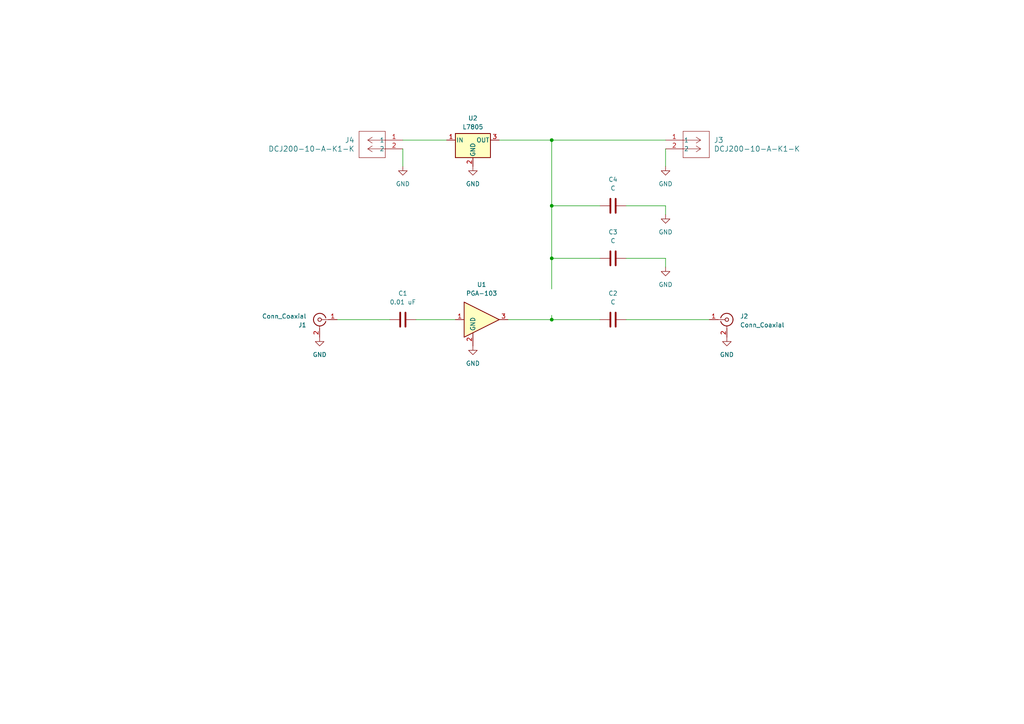
<source format=kicad_sch>
(kicad_sch (version 20230121) (generator eeschema)

  (uuid 8faac7e2-9958-46b6-bcdd-a37c731d2f70)

  (paper "A4")

  (lib_symbols
    (symbol "Connector:Conn_Coaxial" (pin_names (offset 1.016) hide) (in_bom yes) (on_board yes)
      (property "Reference" "J" (at 0.254 3.048 0)
        (effects (font (size 1.27 1.27)))
      )
      (property "Value" "Conn_Coaxial" (at 2.921 0 90)
        (effects (font (size 1.27 1.27)))
      )
      (property "Footprint" "" (at 0 0 0)
        (effects (font (size 1.27 1.27)) hide)
      )
      (property "Datasheet" " ~" (at 0 0 0)
        (effects (font (size 1.27 1.27)) hide)
      )
      (property "ki_keywords" "BNC SMA SMB SMC LEMO coaxial connector CINCH RCA" (at 0 0 0)
        (effects (font (size 1.27 1.27)) hide)
      )
      (property "ki_description" "coaxial connector (BNC, SMA, SMB, SMC, Cinch/RCA, LEMO, ...)" (at 0 0 0)
        (effects (font (size 1.27 1.27)) hide)
      )
      (property "ki_fp_filters" "*BNC* *SMA* *SMB* *SMC* *Cinch* *LEMO*" (at 0 0 0)
        (effects (font (size 1.27 1.27)) hide)
      )
      (symbol "Conn_Coaxial_0_1"
        (arc (start -1.778 -0.508) (mid 0.2311 -1.8066) (end 1.778 0)
          (stroke (width 0.254) (type default))
          (fill (type none))
        )
        (polyline
          (pts
            (xy -2.54 0)
            (xy -0.508 0)
          )
          (stroke (width 0) (type default))
          (fill (type none))
        )
        (polyline
          (pts
            (xy 0 -2.54)
            (xy 0 -1.778)
          )
          (stroke (width 0) (type default))
          (fill (type none))
        )
        (circle (center 0 0) (radius 0.508)
          (stroke (width 0.2032) (type default))
          (fill (type none))
        )
        (arc (start 1.778 0) (mid 0.2099 1.8101) (end -1.778 0.508)
          (stroke (width 0.254) (type default))
          (fill (type none))
        )
      )
      (symbol "Conn_Coaxial_1_1"
        (pin passive line (at -5.08 0 0) (length 2.54)
          (name "In" (effects (font (size 1.27 1.27))))
          (number "1" (effects (font (size 1.27 1.27))))
        )
        (pin passive line (at 0 -5.08 90) (length 2.54)
          (name "Ext" (effects (font (size 1.27 1.27))))
          (number "2" (effects (font (size 1.27 1.27))))
        )
      )
    )
    (symbol "Device:C" (pin_numbers hide) (pin_names (offset 0.254)) (in_bom yes) (on_board yes)
      (property "Reference" "C" (at 0.635 2.54 0)
        (effects (font (size 1.27 1.27)) (justify left))
      )
      (property "Value" "C" (at 0.635 -2.54 0)
        (effects (font (size 1.27 1.27)) (justify left))
      )
      (property "Footprint" "" (at 0.9652 -3.81 0)
        (effects (font (size 1.27 1.27)) hide)
      )
      (property "Datasheet" "~" (at 0 0 0)
        (effects (font (size 1.27 1.27)) hide)
      )
      (property "ki_keywords" "cap capacitor" (at 0 0 0)
        (effects (font (size 1.27 1.27)) hide)
      )
      (property "ki_description" "Unpolarized capacitor" (at 0 0 0)
        (effects (font (size 1.27 1.27)) hide)
      )
      (property "ki_fp_filters" "C_*" (at 0 0 0)
        (effects (font (size 1.27 1.27)) hide)
      )
      (symbol "C_0_1"
        (polyline
          (pts
            (xy -2.032 -0.762)
            (xy 2.032 -0.762)
          )
          (stroke (width 0.508) (type default))
          (fill (type none))
        )
        (polyline
          (pts
            (xy -2.032 0.762)
            (xy 2.032 0.762)
          )
          (stroke (width 0.508) (type default))
          (fill (type none))
        )
      )
      (symbol "C_1_1"
        (pin passive line (at 0 3.81 270) (length 2.794)
          (name "~" (effects (font (size 1.27 1.27))))
          (number "1" (effects (font (size 1.27 1.27))))
        )
        (pin passive line (at 0 -3.81 90) (length 2.794)
          (name "~" (effects (font (size 1.27 1.27))))
          (number "2" (effects (font (size 1.27 1.27))))
        )
      )
    )
    (symbol "RF_Amplifier:PGA-103" (in_bom yes) (on_board yes)
      (property "Reference" "U" (at -1.27 7.62 0)
        (effects (font (size 1.27 1.27)))
      )
      (property "Value" "PGA-103" (at 2.54 5.08 0)
        (effects (font (size 1.27 1.27)))
      )
      (property "Footprint" "Package_TO_SOT_SMD:SOT-89-3" (at 1.27 10.16 0)
        (effects (font (size 1.27 1.27)) hide)
      )
      (property "Datasheet" "https://www.minicircuits.com/pdfs/PGA-103+.pdf" (at 0 0 0)
        (effects (font (size 1.27 1.27)) hide)
      )
      (property "ki_keywords" "RF amplifier" (at 0 0 0)
        (effects (font (size 1.27 1.27)) hide)
      )
      (property "ki_description" "50-4000MHz +11dB Low Noise Amplifier, SOT-89" (at 0 0 0)
        (effects (font (size 1.27 1.27)) hide)
      )
      (property "ki_fp_filters" "SOT?89*" (at 0 0 0)
        (effects (font (size 1.27 1.27)) hide)
      )
      (symbol "PGA-103_0_1"
        (polyline
          (pts
            (xy 5.08 0)
            (xy -5.08 5.08)
            (xy -5.08 -5.08)
            (xy 5.08 0)
          )
          (stroke (width 0.254) (type default))
          (fill (type background))
        )
      )
      (symbol "PGA-103_1_1"
        (pin input line (at -7.62 0 0) (length 2.54)
          (name "~" (effects (font (size 1.27 1.27))))
          (number "1" (effects (font (size 1.27 1.27))))
        )
        (pin power_in line (at -2.54 -7.62 90) (length 3.81)
          (name "GND" (effects (font (size 1.27 1.27))))
          (number "2" (effects (font (size 1.27 1.27))))
        )
        (pin output line (at 7.62 0 180) (length 2.54)
          (name "~" (effects (font (size 1.27 1.27))))
          (number "3" (effects (font (size 1.27 1.27))))
        )
      )
    )
    (symbol "Regulator_Linear:L7805" (pin_names (offset 0.254)) (in_bom yes) (on_board yes)
      (property "Reference" "U" (at -3.81 3.175 0)
        (effects (font (size 1.27 1.27)))
      )
      (property "Value" "L7805" (at 0 3.175 0)
        (effects (font (size 1.27 1.27)) (justify left))
      )
      (property "Footprint" "" (at 0.635 -3.81 0)
        (effects (font (size 1.27 1.27) italic) (justify left) hide)
      )
      (property "Datasheet" "http://www.st.com/content/ccc/resource/technical/document/datasheet/41/4f/b3/b0/12/d4/47/88/CD00000444.pdf/files/CD00000444.pdf/jcr:content/translations/en.CD00000444.pdf" (at 0 -1.27 0)
        (effects (font (size 1.27 1.27)) hide)
      )
      (property "ki_keywords" "Voltage Regulator 1.5A Positive" (at 0 0 0)
        (effects (font (size 1.27 1.27)) hide)
      )
      (property "ki_description" "Positive 1.5A 35V Linear Regulator, Fixed Output 5V, TO-220/TO-263/TO-252" (at 0 0 0)
        (effects (font (size 1.27 1.27)) hide)
      )
      (property "ki_fp_filters" "TO?252* TO?263* TO?220*" (at 0 0 0)
        (effects (font (size 1.27 1.27)) hide)
      )
      (symbol "L7805_0_1"
        (rectangle (start -5.08 1.905) (end 5.08 -5.08)
          (stroke (width 0.254) (type default))
          (fill (type background))
        )
      )
      (symbol "L7805_1_1"
        (pin power_in line (at -7.62 0 0) (length 2.54)
          (name "IN" (effects (font (size 1.27 1.27))))
          (number "1" (effects (font (size 1.27 1.27))))
        )
        (pin power_in line (at 0 -7.62 90) (length 2.54)
          (name "GND" (effects (font (size 1.27 1.27))))
          (number "2" (effects (font (size 1.27 1.27))))
        )
        (pin power_out line (at 7.62 0 180) (length 2.54)
          (name "OUT" (effects (font (size 1.27 1.27))))
          (number "3" (effects (font (size 1.27 1.27))))
        )
      )
    )
    (symbol "power:GND" (power) (pin_names (offset 0)) (in_bom yes) (on_board yes)
      (property "Reference" "#PWR" (at 0 -6.35 0)
        (effects (font (size 1.27 1.27)) hide)
      )
      (property "Value" "GND" (at 0 -3.81 0)
        (effects (font (size 1.27 1.27)))
      )
      (property "Footprint" "" (at 0 0 0)
        (effects (font (size 1.27 1.27)) hide)
      )
      (property "Datasheet" "" (at 0 0 0)
        (effects (font (size 1.27 1.27)) hide)
      )
      (property "ki_keywords" "global power" (at 0 0 0)
        (effects (font (size 1.27 1.27)) hide)
      )
      (property "ki_description" "Power symbol creates a global label with name \"GND\" , ground" (at 0 0 0)
        (effects (font (size 1.27 1.27)) hide)
      )
      (symbol "GND_0_1"
        (polyline
          (pts
            (xy 0 0)
            (xy 0 -1.27)
            (xy 1.27 -1.27)
            (xy 0 -2.54)
            (xy -1.27 -1.27)
            (xy 0 -1.27)
          )
          (stroke (width 0) (type default))
          (fill (type none))
        )
      )
      (symbol "GND_1_1"
        (pin power_in line (at 0 0 270) (length 0) hide
          (name "GND" (effects (font (size 1.27 1.27))))
          (number "1" (effects (font (size 1.27 1.27))))
        )
      )
    )
    (symbol "ul_DCJ200-10-A-K1-K:DCJ200-10-A-K1-K" (pin_names (offset 0.254)) (in_bom yes) (on_board yes)
      (property "Reference" "J" (at 8.89 6.35 0)
        (effects (font (size 1.524 1.524)))
      )
      (property "Value" "DCJ200-10-A-K1-K" (at 0 0 0)
        (effects (font (size 1.524 1.524)))
      )
      (property "Footprint" "CONN3_DCJ200-10-A-K1-K_GCT" (at 0 0 0)
        (effects (font (size 1.27 1.27) italic) hide)
      )
      (property "Datasheet" "DCJ200-10-A-K1-K" (at 0 0 0)
        (effects (font (size 1.27 1.27) italic) hide)
      )
      (property "ki_locked" "" (at 0 0 0)
        (effects (font (size 1.27 1.27)))
      )
      (property "ki_keywords" "DCJ200-10-A-K1-K" (at 0 0 0)
        (effects (font (size 1.27 1.27)) hide)
      )
      (property "ki_fp_filters" "CONN3_DCJ200-10-A-K1-K_GCT" (at 0 0 0)
        (effects (font (size 1.27 1.27)) hide)
      )
      (symbol "DCJ200-10-A-K1-K_1_1"
        (polyline
          (pts
            (xy 5.08 -5.08)
            (xy 12.7 -5.08)
          )
          (stroke (width 0.127) (type default))
          (fill (type none))
        )
        (polyline
          (pts
            (xy 5.08 2.54)
            (xy 5.08 -5.08)
          )
          (stroke (width 0.127) (type default))
          (fill (type none))
        )
        (polyline
          (pts
            (xy 10.16 -2.54)
            (xy 5.08 -2.54)
          )
          (stroke (width 0.127) (type default))
          (fill (type none))
        )
        (polyline
          (pts
            (xy 10.16 -2.54)
            (xy 8.89 -3.3867)
          )
          (stroke (width 0.127) (type default))
          (fill (type none))
        )
        (polyline
          (pts
            (xy 10.16 -2.54)
            (xy 8.89 -1.6933)
          )
          (stroke (width 0.127) (type default))
          (fill (type none))
        )
        (polyline
          (pts
            (xy 10.16 0)
            (xy 5.08 0)
          )
          (stroke (width 0.127) (type default))
          (fill (type none))
        )
        (polyline
          (pts
            (xy 10.16 0)
            (xy 8.89 -0.8467)
          )
          (stroke (width 0.127) (type default))
          (fill (type none))
        )
        (polyline
          (pts
            (xy 10.16 0)
            (xy 8.89 0.8467)
          )
          (stroke (width 0.127) (type default))
          (fill (type none))
        )
        (polyline
          (pts
            (xy 12.7 -5.08)
            (xy 12.7 2.54)
          )
          (stroke (width 0.127) (type default))
          (fill (type none))
        )
        (polyline
          (pts
            (xy 12.7 2.54)
            (xy 5.08 2.54)
          )
          (stroke (width 0.127) (type default))
          (fill (type none))
        )
        (pin unspecified line (at 0 0 0) (length 5.08)
          (name "1" (effects (font (size 1.27 1.27))))
          (number "1" (effects (font (size 1.27 1.27))))
        )
        (pin unspecified line (at 0 -2.54 0) (length 5.08)
          (name "2" (effects (font (size 1.27 1.27))))
          (number "2" (effects (font (size 1.27 1.27))))
        )
      )
      (symbol "DCJ200-10-A-K1-K_1_2"
        (polyline
          (pts
            (xy 5.08 -5.08)
            (xy 12.7 -5.08)
          )
          (stroke (width 0.127) (type default))
          (fill (type none))
        )
        (polyline
          (pts
            (xy 5.08 2.54)
            (xy 5.08 -5.08)
          )
          (stroke (width 0.127) (type default))
          (fill (type none))
        )
        (polyline
          (pts
            (xy 7.62 -2.54)
            (xy 5.08 -2.54)
          )
          (stroke (width 0.127) (type default))
          (fill (type none))
        )
        (polyline
          (pts
            (xy 7.62 -2.54)
            (xy 8.89 -3.3867)
          )
          (stroke (width 0.127) (type default))
          (fill (type none))
        )
        (polyline
          (pts
            (xy 7.62 -2.54)
            (xy 8.89 -1.6933)
          )
          (stroke (width 0.127) (type default))
          (fill (type none))
        )
        (polyline
          (pts
            (xy 7.62 0)
            (xy 5.08 0)
          )
          (stroke (width 0.127) (type default))
          (fill (type none))
        )
        (polyline
          (pts
            (xy 7.62 0)
            (xy 8.89 -0.8467)
          )
          (stroke (width 0.127) (type default))
          (fill (type none))
        )
        (polyline
          (pts
            (xy 7.62 0)
            (xy 8.89 0.8467)
          )
          (stroke (width 0.127) (type default))
          (fill (type none))
        )
        (polyline
          (pts
            (xy 12.7 -5.08)
            (xy 12.7 2.54)
          )
          (stroke (width 0.127) (type default))
          (fill (type none))
        )
        (polyline
          (pts
            (xy 12.7 2.54)
            (xy 5.08 2.54)
          )
          (stroke (width 0.127) (type default))
          (fill (type none))
        )
        (pin unspecified line (at 0 0 0) (length 5.08)
          (name "1" (effects (font (size 1.27 1.27))))
          (number "1" (effects (font (size 1.27 1.27))))
        )
        (pin unspecified line (at 0 -2.54 0) (length 5.08)
          (name "2" (effects (font (size 1.27 1.27))))
          (number "2" (effects (font (size 1.27 1.27))))
        )
      )
    )
  )

  (junction (at 160.02 59.69) (diameter 0) (color 0 0 0 0)
    (uuid 6a5df6f7-2aaa-4dea-80ba-c69ccae88de5)
  )
  (junction (at 160.02 74.93) (diameter 0) (color 0 0 0 0)
    (uuid 7b465e61-c1a2-4cb1-8f55-df8a2e483f09)
  )
  (junction (at 160.02 92.71) (diameter 0) (color 0 0 0 0)
    (uuid e7d9c610-2a97-4410-9f9f-4034dfabe616)
  )
  (junction (at 160.02 40.64) (diameter 0) (color 0 0 0 0)
    (uuid edd8d4b8-fed3-4ba9-98f4-6e639f30cd14)
  )

  (wire (pts (xy 144.78 40.64) (xy 160.02 40.64))
    (stroke (width 0) (type default))
    (uuid 01fa1714-a385-4b35-a681-817620892248)
  )
  (wire (pts (xy 160.02 83.82) (xy 160.02 74.93))
    (stroke (width 0) (type default))
    (uuid 10e4aeef-3708-4301-8dac-595b3eb8fa09)
  )
  (wire (pts (xy 160.02 40.64) (xy 160.02 59.69))
    (stroke (width 0) (type default))
    (uuid 2e0dfb31-051c-499e-bf80-09040956b643)
  )
  (wire (pts (xy 120.65 92.71) (xy 132.08 92.71))
    (stroke (width 0) (type default))
    (uuid 35c41f1c-c8fe-43da-bd30-875051228408)
  )
  (wire (pts (xy 116.84 43.18) (xy 116.84 48.26))
    (stroke (width 0) (type default))
    (uuid 47c76981-ebef-4efe-b3d6-6404c531f0a3)
  )
  (wire (pts (xy 181.61 74.93) (xy 193.04 74.93))
    (stroke (width 0) (type default))
    (uuid 5342b4fd-2cd5-4cba-ad84-462f1e1b2d27)
  )
  (wire (pts (xy 160.02 74.93) (xy 173.99 74.93))
    (stroke (width 0) (type default))
    (uuid 540878f3-28fc-4de4-aa46-b462fd43ac9a)
  )
  (wire (pts (xy 193.04 43.18) (xy 193.04 48.26))
    (stroke (width 0) (type default))
    (uuid 61f25b65-90ea-4f84-8199-366ff6f7d4dc)
  )
  (wire (pts (xy 160.02 59.69) (xy 160.02 74.93))
    (stroke (width 0) (type default))
    (uuid 68aee048-7cba-4516-83d1-805c54497090)
  )
  (wire (pts (xy 97.79 92.71) (xy 113.03 92.71))
    (stroke (width 0) (type default))
    (uuid 70d3ae5d-4c98-482a-ae8e-1a82690b96b7)
  )
  (wire (pts (xy 173.99 59.69) (xy 160.02 59.69))
    (stroke (width 0) (type default))
    (uuid 7a8fae0a-8293-4def-976e-6a19f85b0c58)
  )
  (wire (pts (xy 160.02 91.44) (xy 160.02 92.71))
    (stroke (width 0) (type default))
    (uuid 8f147bc3-8838-4bdd-b82f-0c9f44b66c85)
  )
  (wire (pts (xy 160.02 92.71) (xy 173.99 92.71))
    (stroke (width 0) (type default))
    (uuid 90236650-69c4-45e4-91bf-cf820e580e45)
  )
  (wire (pts (xy 193.04 40.64) (xy 160.02 40.64))
    (stroke (width 0) (type default))
    (uuid 94629b97-79b6-477e-86cf-6aa5c0b69ac7)
  )
  (wire (pts (xy 116.84 40.64) (xy 129.54 40.64))
    (stroke (width 0) (type default))
    (uuid 94cc2a3a-8bc2-42df-9e12-6dc392de8aee)
  )
  (wire (pts (xy 193.04 74.93) (xy 193.04 77.47))
    (stroke (width 0) (type default))
    (uuid 9d087e4c-63d6-46ae-bfb0-d81969f03177)
  )
  (wire (pts (xy 181.61 92.71) (xy 205.74 92.71))
    (stroke (width 0) (type default))
    (uuid a7a891c2-de48-4b15-88f7-244f1dfac6d2)
  )
  (wire (pts (xy 193.04 59.69) (xy 193.04 62.23))
    (stroke (width 0) (type default))
    (uuid ab7c5343-578c-424a-a83e-b979d926537c)
  )
  (wire (pts (xy 181.61 59.69) (xy 193.04 59.69))
    (stroke (width 0) (type default))
    (uuid afecf256-55f8-401d-b5ec-6203ffefcdb8)
  )
  (wire (pts (xy 147.32 92.71) (xy 160.02 92.71))
    (stroke (width 0) (type default))
    (uuid d178c363-6c1b-4e83-b807-0ae968f1e7b2)
  )

  (symbol (lib_id "power:GND") (at 92.71 97.79 0) (unit 1)
    (in_bom yes) (on_board yes) (dnp no) (fields_autoplaced)
    (uuid 0199c354-8602-4b49-9f9b-c418d0f786f3)
    (property "Reference" "#PWR02" (at 92.71 104.14 0)
      (effects (font (size 1.27 1.27)) hide)
    )
    (property "Value" "GND" (at 92.71 102.87 0)
      (effects (font (size 1.27 1.27)))
    )
    (property "Footprint" "" (at 92.71 97.79 0)
      (effects (font (size 1.27 1.27)) hide)
    )
    (property "Datasheet" "" (at 92.71 97.79 0)
      (effects (font (size 1.27 1.27)) hide)
    )
    (pin "1" (uuid 3f921343-4d25-4aa2-a3fc-cea8b8494be8))
    (instances
      (project "RFID-AT-LNA"
        (path "/8faac7e2-9958-46b6-bcdd-a37c731d2f70"
          (reference "#PWR02") (unit 1)
        )
      )
    )
  )

  (symbol (lib_id "Device:C") (at 177.8 59.69 90) (unit 1)
    (in_bom yes) (on_board yes) (dnp no) (fields_autoplaced)
    (uuid 01c6f4e3-8b9a-4d77-9725-a6efc9a4039b)
    (property "Reference" "C4" (at 177.8 52.07 90)
      (effects (font (size 1.27 1.27)))
    )
    (property "Value" "C" (at 177.8 54.61 90)
      (effects (font (size 1.27 1.27)))
    )
    (property "Footprint" "" (at 181.61 58.7248 0)
      (effects (font (size 1.27 1.27)) hide)
    )
    (property "Datasheet" "~" (at 177.8 59.69 0)
      (effects (font (size 1.27 1.27)) hide)
    )
    (pin "1" (uuid 5125e717-c218-4c1d-b111-cb5ff4f0de61))
    (pin "2" (uuid cd96282b-a142-4af3-befe-6c88401a2073))
    (instances
      (project "RFID-AT-LNA"
        (path "/8faac7e2-9958-46b6-bcdd-a37c731d2f70"
          (reference "C4") (unit 1)
        )
      )
    )
  )

  (symbol (lib_id "ul_DCJ200-10-A-K1-K:DCJ200-10-A-K1-K") (at 116.84 40.64 0) (mirror y) (unit 1)
    (in_bom yes) (on_board yes) (dnp no)
    (uuid 0a9eaed2-f9eb-4439-944e-26137b347ac6)
    (property "Reference" "J4" (at 102.87 40.64 0)
      (effects (font (size 1.524 1.524)) (justify left))
    )
    (property "Value" "DCJ200-10-A-K1-K" (at 102.87 43.18 0)
      (effects (font (size 1.524 1.524)) (justify left))
    )
    (property "Footprint" "RFID-AT Footprints:CONN3_DCJ200-10-A-K1-K_GCT" (at 116.84 40.64 0)
      (effects (font (size 1.27 1.27) italic) hide)
    )
    (property "Datasheet" "DCJ200-10-A-K1-K" (at 116.84 40.64 0)
      (effects (font (size 1.27 1.27) italic) hide)
    )
    (pin "1" (uuid 337e71cb-25f8-412a-ba81-3ffa8d64ecbb))
    (pin "2" (uuid f0fad209-7852-43c7-81e5-0dc6ab868834))
    (instances
      (project "RFID-AT-LNA"
        (path "/8faac7e2-9958-46b6-bcdd-a37c731d2f70"
          (reference "J4") (unit 1)
        )
      )
    )
  )

  (symbol (lib_id "power:GND") (at 210.82 97.79 0) (unit 1)
    (in_bom yes) (on_board yes) (dnp no) (fields_autoplaced)
    (uuid 2c08d6d0-4f98-40a4-bb51-148c8105b1b1)
    (property "Reference" "#PWR03" (at 210.82 104.14 0)
      (effects (font (size 1.27 1.27)) hide)
    )
    (property "Value" "GND" (at 210.82 102.87 0)
      (effects (font (size 1.27 1.27)))
    )
    (property "Footprint" "" (at 210.82 97.79 0)
      (effects (font (size 1.27 1.27)) hide)
    )
    (property "Datasheet" "" (at 210.82 97.79 0)
      (effects (font (size 1.27 1.27)) hide)
    )
    (pin "1" (uuid 49ee80c8-afe8-46ca-9323-d6f4c083b88a))
    (instances
      (project "RFID-AT-LNA"
        (path "/8faac7e2-9958-46b6-bcdd-a37c731d2f70"
          (reference "#PWR03") (unit 1)
        )
      )
    )
  )

  (symbol (lib_id "Device:C") (at 177.8 74.93 90) (unit 1)
    (in_bom yes) (on_board yes) (dnp no) (fields_autoplaced)
    (uuid 444d6711-ddb6-4a11-8b27-fafebc00ee43)
    (property "Reference" "C3" (at 177.8 67.31 90)
      (effects (font (size 1.27 1.27)))
    )
    (property "Value" "C" (at 177.8 69.85 90)
      (effects (font (size 1.27 1.27)))
    )
    (property "Footprint" "" (at 181.61 73.9648 0)
      (effects (font (size 1.27 1.27)) hide)
    )
    (property "Datasheet" "~" (at 177.8 74.93 0)
      (effects (font (size 1.27 1.27)) hide)
    )
    (pin "1" (uuid 241d50cf-1107-4045-9cf9-b5d675c961a5))
    (pin "2" (uuid 93b815c9-c196-4427-9689-eaf24f9e9121))
    (instances
      (project "RFID-AT-LNA"
        (path "/8faac7e2-9958-46b6-bcdd-a37c731d2f70"
          (reference "C3") (unit 1)
        )
      )
    )
  )

  (symbol (lib_id "power:GND") (at 193.04 62.23 0) (unit 1)
    (in_bom yes) (on_board yes) (dnp no) (fields_autoplaced)
    (uuid 524631ba-b939-4bef-9339-56a53ff509bd)
    (property "Reference" "#PWR05" (at 193.04 68.58 0)
      (effects (font (size 1.27 1.27)) hide)
    )
    (property "Value" "GND" (at 193.04 67.31 0)
      (effects (font (size 1.27 1.27)))
    )
    (property "Footprint" "" (at 193.04 62.23 0)
      (effects (font (size 1.27 1.27)) hide)
    )
    (property "Datasheet" "" (at 193.04 62.23 0)
      (effects (font (size 1.27 1.27)) hide)
    )
    (pin "1" (uuid b1f65076-3656-4586-85ca-c6be12f70c30))
    (instances
      (project "RFID-AT-LNA"
        (path "/8faac7e2-9958-46b6-bcdd-a37c731d2f70"
          (reference "#PWR05") (unit 1)
        )
      )
    )
  )

  (symbol (lib_id "Regulator_Linear:L7805") (at 137.16 40.64 0) (unit 1)
    (in_bom yes) (on_board yes) (dnp no) (fields_autoplaced)
    (uuid 699cdf71-52d3-434b-a80f-9cb496983e09)
    (property "Reference" "U2" (at 137.16 34.29 0)
      (effects (font (size 1.27 1.27)))
    )
    (property "Value" "L7805" (at 137.16 36.83 0)
      (effects (font (size 1.27 1.27)))
    )
    (property "Footprint" "" (at 137.795 44.45 0)
      (effects (font (size 1.27 1.27) italic) (justify left) hide)
    )
    (property "Datasheet" "http://www.st.com/content/ccc/resource/technical/document/datasheet/41/4f/b3/b0/12/d4/47/88/CD00000444.pdf/files/CD00000444.pdf/jcr:content/translations/en.CD00000444.pdf" (at 137.16 41.91 0)
      (effects (font (size 1.27 1.27)) hide)
    )
    (pin "1" (uuid 0f57f454-109c-4573-918b-d056caaf162d))
    (pin "2" (uuid c77b84c7-56b2-4091-b099-c611b40d9838))
    (pin "3" (uuid df95ca43-9f2a-4e38-b15f-0910773db9b2))
    (instances
      (project "RFID-AT-LNA"
        (path "/8faac7e2-9958-46b6-bcdd-a37c731d2f70"
          (reference "U2") (unit 1)
        )
      )
    )
  )

  (symbol (lib_id "Connector:Conn_Coaxial") (at 210.82 92.71 0) (unit 1)
    (in_bom yes) (on_board yes) (dnp no) (fields_autoplaced)
    (uuid 7898f7fa-9988-4a87-b041-7506f00fe6da)
    (property "Reference" "J2" (at 214.63 91.7332 0)
      (effects (font (size 1.27 1.27)) (justify left))
    )
    (property "Value" "Conn_Coaxial" (at 214.63 94.2732 0)
      (effects (font (size 1.27 1.27)) (justify left))
    )
    (property "Footprint" "" (at 210.82 92.71 0)
      (effects (font (size 1.27 1.27)) hide)
    )
    (property "Datasheet" " ~" (at 210.82 92.71 0)
      (effects (font (size 1.27 1.27)) hide)
    )
    (pin "1" (uuid 9adae232-c38e-41ca-8cb2-4714fb2b92b1))
    (pin "2" (uuid 42df69e8-4fa8-42dd-a79c-ca5339381956))
    (instances
      (project "RFID-AT-LNA"
        (path "/8faac7e2-9958-46b6-bcdd-a37c731d2f70"
          (reference "J2") (unit 1)
        )
      )
    )
  )

  (symbol (lib_id "power:GND") (at 137.16 100.33 0) (unit 1)
    (in_bom yes) (on_board yes) (dnp no) (fields_autoplaced)
    (uuid 86f769f7-f66b-430b-9843-aa7a50cc2ae7)
    (property "Reference" "#PWR01" (at 137.16 106.68 0)
      (effects (font (size 1.27 1.27)) hide)
    )
    (property "Value" "GND" (at 137.16 105.41 0)
      (effects (font (size 1.27 1.27)))
    )
    (property "Footprint" "" (at 137.16 100.33 0)
      (effects (font (size 1.27 1.27)) hide)
    )
    (property "Datasheet" "" (at 137.16 100.33 0)
      (effects (font (size 1.27 1.27)) hide)
    )
    (pin "1" (uuid 435dc7c5-5359-48db-a60b-6e6426822bd5))
    (instances
      (project "RFID-AT-LNA"
        (path "/8faac7e2-9958-46b6-bcdd-a37c731d2f70"
          (reference "#PWR01") (unit 1)
        )
      )
    )
  )

  (symbol (lib_id "power:GND") (at 193.04 77.47 0) (unit 1)
    (in_bom yes) (on_board yes) (dnp no) (fields_autoplaced)
    (uuid 90a5dc7d-eb7a-4539-9690-ae0a3feef47a)
    (property "Reference" "#PWR04" (at 193.04 83.82 0)
      (effects (font (size 1.27 1.27)) hide)
    )
    (property "Value" "GND" (at 193.04 82.55 0)
      (effects (font (size 1.27 1.27)))
    )
    (property "Footprint" "" (at 193.04 77.47 0)
      (effects (font (size 1.27 1.27)) hide)
    )
    (property "Datasheet" "" (at 193.04 77.47 0)
      (effects (font (size 1.27 1.27)) hide)
    )
    (pin "1" (uuid df664da1-d29d-4089-b10d-a29d05f31bfd))
    (instances
      (project "RFID-AT-LNA"
        (path "/8faac7e2-9958-46b6-bcdd-a37c731d2f70"
          (reference "#PWR04") (unit 1)
        )
      )
    )
  )

  (symbol (lib_id "Connector:Conn_Coaxial") (at 92.71 92.71 0) (mirror y) (unit 1)
    (in_bom yes) (on_board yes) (dnp no)
    (uuid a3498ba3-dd8d-41b5-be2f-0d5e8cc241ae)
    (property "Reference" "J1" (at 88.9 94.2732 0)
      (effects (font (size 1.27 1.27)) (justify left))
    )
    (property "Value" "Conn_Coaxial" (at 88.9 91.7332 0)
      (effects (font (size 1.27 1.27)) (justify left))
    )
    (property "Footprint" "" (at 92.71 92.71 0)
      (effects (font (size 1.27 1.27)) hide)
    )
    (property "Datasheet" " ~" (at 92.71 92.71 0)
      (effects (font (size 1.27 1.27)) hide)
    )
    (pin "1" (uuid 91c1d109-25f0-4315-b215-efa3bf5ef745))
    (pin "2" (uuid 51804b87-ceef-4336-ab91-864df0d73a48))
    (instances
      (project "RFID-AT-LNA"
        (path "/8faac7e2-9958-46b6-bcdd-a37c731d2f70"
          (reference "J1") (unit 1)
        )
      )
    )
  )

  (symbol (lib_id "Device:C") (at 116.84 92.71 90) (unit 1)
    (in_bom yes) (on_board yes) (dnp no) (fields_autoplaced)
    (uuid b877f86d-b31d-4388-aaac-07c22c539ee5)
    (property "Reference" "C1" (at 116.84 85.09 90)
      (effects (font (size 1.27 1.27)))
    )
    (property "Value" "0.01 uF" (at 116.84 87.63 90)
      (effects (font (size 1.27 1.27)))
    )
    (property "Footprint" "" (at 120.65 91.7448 0)
      (effects (font (size 1.27 1.27)) hide)
    )
    (property "Datasheet" "~" (at 116.84 92.71 0)
      (effects (font (size 1.27 1.27)) hide)
    )
    (pin "1" (uuid 2a487ac3-52d1-404d-a76e-b1705a0a5870))
    (pin "2" (uuid 46e31e5e-78d6-4545-ac3c-ed348e09031f))
    (instances
      (project "RFID-AT-LNA"
        (path "/8faac7e2-9958-46b6-bcdd-a37c731d2f70"
          (reference "C1") (unit 1)
        )
      )
    )
  )

  (symbol (lib_id "power:GND") (at 193.04 48.26 0) (unit 1)
    (in_bom yes) (on_board yes) (dnp no) (fields_autoplaced)
    (uuid bb0cb8dc-433e-47e0-8047-eff030ea3943)
    (property "Reference" "#PWR06" (at 193.04 54.61 0)
      (effects (font (size 1.27 1.27)) hide)
    )
    (property "Value" "GND" (at 193.04 53.34 0)
      (effects (font (size 1.27 1.27)))
    )
    (property "Footprint" "" (at 193.04 48.26 0)
      (effects (font (size 1.27 1.27)) hide)
    )
    (property "Datasheet" "" (at 193.04 48.26 0)
      (effects (font (size 1.27 1.27)) hide)
    )
    (pin "1" (uuid ac3a6f8e-c12e-4ff6-8fbe-472aacc298fb))
    (instances
      (project "RFID-AT-LNA"
        (path "/8faac7e2-9958-46b6-bcdd-a37c731d2f70"
          (reference "#PWR06") (unit 1)
        )
      )
    )
  )

  (symbol (lib_id "RF_Amplifier:PGA-103") (at 139.7 92.71 0) (unit 1)
    (in_bom yes) (on_board yes) (dnp no) (fields_autoplaced)
    (uuid cb9a30bb-becd-4a50-ac4d-3de119db0885)
    (property "Reference" "U1" (at 139.7 82.55 0)
      (effects (font (size 1.27 1.27)))
    )
    (property "Value" "PGA-103" (at 139.7 85.09 0)
      (effects (font (size 1.27 1.27)))
    )
    (property "Footprint" "Package_TO_SOT_SMD:SOT-89-3" (at 140.97 82.55 0)
      (effects (font (size 1.27 1.27)) hide)
    )
    (property "Datasheet" "https://www.minicircuits.com/pdfs/PGA-103+.pdf" (at 139.7 92.71 0)
      (effects (font (size 1.27 1.27)) hide)
    )
    (pin "1" (uuid 7e6d51fc-b1ee-41fe-8a13-b1e2db0891a7))
    (pin "2" (uuid 8d68881e-1472-4a55-867c-c6b2c43521cd))
    (pin "3" (uuid 54fe56a7-93fd-400b-b705-f5821516f57c))
    (instances
      (project "RFID-AT-LNA"
        (path "/8faac7e2-9958-46b6-bcdd-a37c731d2f70"
          (reference "U1") (unit 1)
        )
      )
    )
  )

  (symbol (lib_id "ul_DCJ200-10-A-K1-K:DCJ200-10-A-K1-K") (at 193.04 40.64 0) (unit 1)
    (in_bom yes) (on_board yes) (dnp no) (fields_autoplaced)
    (uuid ce43c8b5-efcb-4ac8-9c8d-91f997749077)
    (property "Reference" "J3" (at 207.01 40.64 0)
      (effects (font (size 1.524 1.524)) (justify left))
    )
    (property "Value" "DCJ200-10-A-K1-K" (at 207.01 43.18 0)
      (effects (font (size 1.524 1.524)) (justify left))
    )
    (property "Footprint" "RFID-AT Footprints:CONN3_DCJ200-10-A-K1-K_GCT" (at 193.04 40.64 0)
      (effects (font (size 1.27 1.27) italic) hide)
    )
    (property "Datasheet" "DCJ200-10-A-K1-K" (at 193.04 40.64 0)
      (effects (font (size 1.27 1.27) italic) hide)
    )
    (pin "1" (uuid 9ea8a491-63a6-4a77-b886-77ba8408b536))
    (pin "2" (uuid bf3031fa-2bbf-471d-bb3b-45d91d2667ae))
    (instances
      (project "RFID-AT-LNA"
        (path "/8faac7e2-9958-46b6-bcdd-a37c731d2f70"
          (reference "J3") (unit 1)
        )
      )
    )
  )

  (symbol (lib_id "power:GND") (at 137.16 48.26 0) (unit 1)
    (in_bom yes) (on_board yes) (dnp no) (fields_autoplaced)
    (uuid d1257d7e-18e0-4e0f-8ac4-78ad2bfb1baf)
    (property "Reference" "#PWR08" (at 137.16 54.61 0)
      (effects (font (size 1.27 1.27)) hide)
    )
    (property "Value" "GND" (at 137.16 53.34 0)
      (effects (font (size 1.27 1.27)))
    )
    (property "Footprint" "" (at 137.16 48.26 0)
      (effects (font (size 1.27 1.27)) hide)
    )
    (property "Datasheet" "" (at 137.16 48.26 0)
      (effects (font (size 1.27 1.27)) hide)
    )
    (pin "1" (uuid 198190b7-5105-47d2-833d-5b1a7123fb89))
    (instances
      (project "RFID-AT-LNA"
        (path "/8faac7e2-9958-46b6-bcdd-a37c731d2f70"
          (reference "#PWR08") (unit 1)
        )
      )
    )
  )

  (symbol (lib_id "Device:C") (at 177.8 92.71 90) (unit 1)
    (in_bom yes) (on_board yes) (dnp no) (fields_autoplaced)
    (uuid edbeadef-bc48-4204-810e-7c5909181828)
    (property "Reference" "C2" (at 177.8 85.09 90)
      (effects (font (size 1.27 1.27)))
    )
    (property "Value" "C" (at 177.8 87.63 90)
      (effects (font (size 1.27 1.27)))
    )
    (property "Footprint" "" (at 181.61 91.7448 0)
      (effects (font (size 1.27 1.27)) hide)
    )
    (property "Datasheet" "~" (at 177.8 92.71 0)
      (effects (font (size 1.27 1.27)) hide)
    )
    (pin "1" (uuid 620ddb4a-c4ec-4e9f-bbcc-d95e9a28da68))
    (pin "2" (uuid aee52ebd-6ed8-4986-b97f-354a7e139e23))
    (instances
      (project "RFID-AT-LNA"
        (path "/8faac7e2-9958-46b6-bcdd-a37c731d2f70"
          (reference "C2") (unit 1)
        )
      )
    )
  )

  (symbol (lib_id "power:GND") (at 116.84 48.26 0) (unit 1)
    (in_bom yes) (on_board yes) (dnp no) (fields_autoplaced)
    (uuid ee131207-8078-449d-8b01-1e5990a9479a)
    (property "Reference" "#PWR07" (at 116.84 54.61 0)
      (effects (font (size 1.27 1.27)) hide)
    )
    (property "Value" "GND" (at 116.84 53.34 0)
      (effects (font (size 1.27 1.27)))
    )
    (property "Footprint" "" (at 116.84 48.26 0)
      (effects (font (size 1.27 1.27)) hide)
    )
    (property "Datasheet" "" (at 116.84 48.26 0)
      (effects (font (size 1.27 1.27)) hide)
    )
    (pin "1" (uuid ac6ccefb-6a16-4003-a4df-5d40c73a1e53))
    (instances
      (project "RFID-AT-LNA"
        (path "/8faac7e2-9958-46b6-bcdd-a37c731d2f70"
          (reference "#PWR07") (unit 1)
        )
      )
    )
  )

  (sheet_instances
    (path "/" (page "1"))
  )
)

</source>
